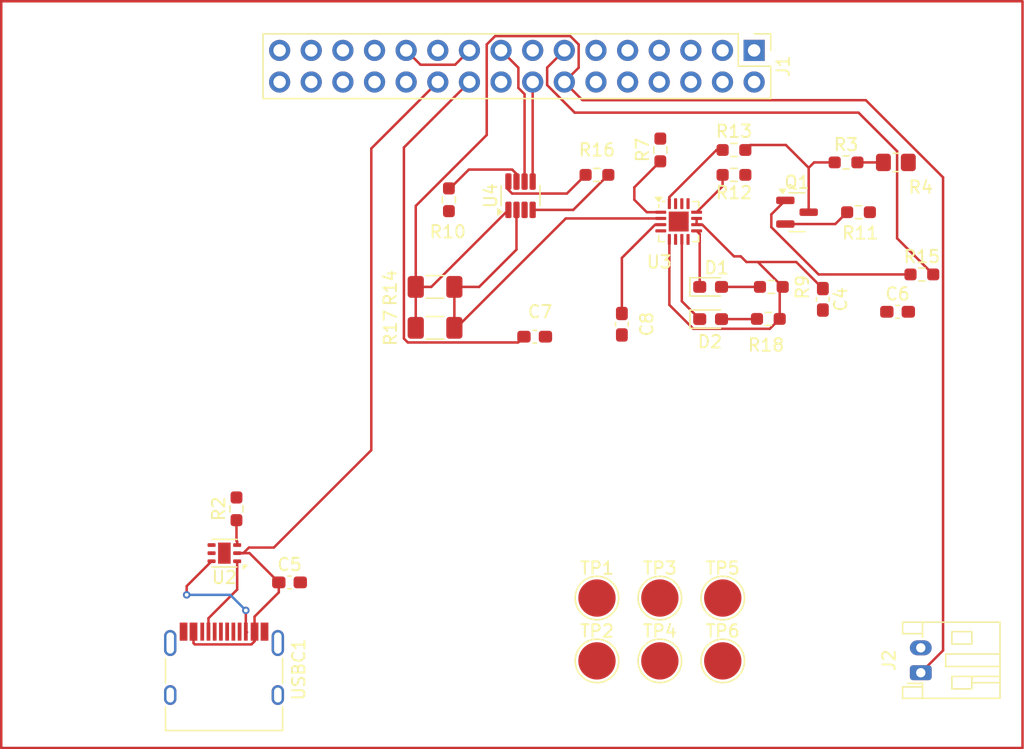
<source format=kicad_pcb>
(kicad_pcb (version 20241229) (generator "pcbnew") (generator_version "9.0")
  (title_block (title "PCB Design for Power Board of MM") (date "2025-03-28") (rev "3") (comment 1 "Author: Joshua Smith (SMTJOS022)") (comment 2 "Author: Ebrahim Bhyat (HYEBR002)"))
  (layers (0 "F.Cu" signal) (2 "B.Cu" signal) (13 "F.Paste" user) (15 "B.Paste" user) (5 "F.SilkS" user "F.Silkscreen") (7 "B.SilkS" user "B.Silkscreen") (1 "F.Mask" user) (3 "B.Mask" user) (25 "Edge.Cuts" user))
  (net 0 "")
  (net 1 "GND")
  (net 2 "/High Voltage (9V)")
  (net 3 "Net-(D1-K)")
  (net 4 "Net-(D1-A)")
  (net 5 "Net-(D2-A)")
  (net 6 "Net-(D2-K)")
  (net 7 "/MOTOR2_CTRL2")
  (net 8 "/Motor2_A_OUT")
  (net 9 "/3V3 Out")
  (net 10 "/CTRL_EXT_LOAD2")
  (net 11 "/Motor2_B_OUT")
  (net 12 "/MOTOR3_A_OUT")
  (net 13 "/MOTOR4_CTRL1")
  (net 14 "/FAST_CHARGE_CTRL")
  (net 15 "/MOTOR3_CTRL2")
  (net 16 "/USART2_RX")
  (net 17 "/5V Out")
  (net 18 "/MOTOR1_B_OUT")
  (net 19 "/MOTOR3_B_OUT")
  (net 20 "/I2C1_SDA")
  (net 21 "/MOTOR1_A_OUT")
  (net 22 "/MOTOR1_CTRL2")
  (net 23 "/MOTOR3_CTRL1")
  (net 24 "/MOTOR1_CTRL1")
  (net 25 "/I2C1_SCL")
  (net 26 "/USART2_TX")
  (net 27 "/Motor4_A_OUT")
  (net 28 "/MOTOR2_CTRL1")
  (net 30 "/EXT_LOAD2_OUT")
  (net 31 "/EXT_LOAD1_OUT")
  (net 32 "/CTRL_EXT_LOAD1")
  (net 33 "/Motor4_B_OUT")
  (net 34 "/MOTOR4_CTRL2")
  (net 35 "Net-(Q1-E)")
  (net 36 "Net-(Q1-B)")
  (net 37 "Net-(U2-VSET)")
  (net 38 "Net-(R3-Pad2)")
  (net 39 "Net-(U4-A1)")
  (net 40 "Net-(U3-TS)")
  (net 41 "/LOAD")
  (net 42 "Net-(U4-A0)")
  (net 43 "Net-(U3-ILIM)")
  (net 44 "Net-(U3-ISET)")
  (net 45 "Net-(U2-CC2)")
  (net 46 "Net-(U2-CC1)")
  (net 56 "Net-(Q1-C)")
  (net 57 "/Battery")
  (net 58 "Net-(U3-EN1)")
  (footprint "Resistor_SMD:R_0603_1608Metric_Pad0.98x0.95mm_HandSolder" (layer "F.Cu") (at 236 117 180)
    (property "Reference" "R16" (at 0 2 0) (layer "F.SilkS"))
    (property "Value" "10k")
    (fp_line (start -0.254724 0.5225) (end 0.254724 0.5225) (stroke (width 0.12)) (layer "F.SilkS"))
    (fp_line (start -0.254724 -0.5225) (end 0.254724 -0.5225) (stroke (width 0.12)) (layer "F.SilkS"))
    (pad "1" smd roundrect (at -0.9125 0 180) (size 0.975 0.95) (layers "F.Cu" "F.Mask" "F.Paste") (net 17 "/5V Out"))
    (pad "2" smd roundrect (at 0.9125 0 180) (size 0.975 0.95) (layers "F.Cu" "F.Mask" "F.Paste") (net 39 "Net-(U4-A1)"))
  )
  (footprint "Package_TO_SOT_SMD:SOT-23-8" (layer "F.Cu") (at 229.8625 118.675 90)
    (property "Reference" "U4" (at 0 -2.4 90) (layer "F.SilkS"))
    (property "Value" "INA219AIDCNR")
    (fp_line (start 0 -1.56) (end 0.8 -1.56) (stroke (width 0.12)) (layer "F.SilkS"))
    (fp_line (start 0 -1.56) (end -0.8 -1.56) (stroke (width 0.12)) (layer "F.SilkS"))
    (fp_line (start 0 1.56) (end 0.8 1.56) (stroke (width 0.12)) (layer "F.SilkS"))
    (fp_line (start 0 1.56) (end -0.8 1.56) (stroke (width 0.12)) (layer "F.SilkS"))
    (fp_poly (pts (xy -1.3 -1.485) (xy -1.54 -1.815) (xy -1.06 -1.815) (xy -1.3 -1.485)) (stroke (width 0.12)) (fill yes) (layer "F.SilkS"))
    (pad "1" smd roundrect (at -1.1375 -0.975 90) (size 1.325 0.5) (layers "F.Cu" "F.Mask" "F.Paste") (net 57 "/Battery"))
    (pad "2" smd roundrect (at -1.1375 -0.325 90) (size 1.325 0.5) (layers "F.Cu" "F.Mask" "F.Paste") (net 57 "/Battery"))
    (pad "3" smd roundrect (at -1.1375 0.325 90) (size 1.325 0.5) (layers "F.Cu" "F.Mask" "F.Paste") (net 1 "GND"))
    (pad "4" smd roundrect (at -1.1375 0.975 90) (size 1.325 0.5) (layers "F.Cu" "F.Mask" "F.Paste") (net 17 "/5V Out"))
    (pad "5" smd roundrect (at 1.1375 0.975 90) (size 1.325 0.5) (layers "F.Cu" "F.Mask" "F.Paste") (net 25 "/I2C1_SCL"))
    (pad "6" smd roundrect (at 1.1375 0.325 90) (size 1.325 0.5) (layers "F.Cu" "F.Mask" "F.Paste") (net 20 "/I2C1_SDA"))
    (pad "7" smd roundrect (at 1.1375 -0.325 90) (size 1.325 0.5) (layers "F.Cu" "F.Mask" "F.Paste") (net 42 "Net-(U4-A0)"))
    (pad "8" smd roundrect (at 1.1375 -0.975 90) (size 1.325 0.5) (layers "F.Cu" "F.Mask" "F.Paste") (net 39 "Net-(U4-A1)"))
  )
  (footprint "Capacitor_SMD:C_0603_1608Metric_Pad1.08x0.95mm_HandSolder" (layer "F.Cu") (at 238 129 90)
    (property "Reference" "C8" (at 0 2 90) (layer "F.SilkS"))
    (property "Value" "4.7u")
    (fp_line (start -0.146267 -0.51) (end 0.146267 -0.51) (stroke (width 0.12)) (layer "F.SilkS"))
    (fp_line (start -0.146267 0.51) (end 0.146267 0.51) (stroke (width 0.12)) (layer "F.SilkS"))
    (pad "1" smd roundrect (at -0.8625 0 90) (size 1.075 0.95) (layers "F.Cu" "F.Mask" "F.Paste") (net 1 "GND"))
    (pad "2" smd roundrect (at 0.8625 0 90) (size 1.075 0.95) (layers "F.Cu" "F.Mask" "F.Paste") (net 57 "/Battery"))
  )
  (footprint "TestPoint:TestPoint_Pad_D3.0mm" (layer "F.Cu") (at 246.1 156.05)
    (property "Reference" "TP6" (at 0 -2.398 0) (layer "F.SilkS"))
    (property "Value" "TestPoint")
    (fp_circle (center 0 0) (end 0 1.75) (stroke (width 0.12)) (fill no) (layer "F.SilkS"))
    (pad "1" smd circle (at 0 0) (size 3 3) (layers "F.Cu" "F.Mask") (net 58 "Net-(U3-EN1)"))
  )
  (footprint "TestPoint:TestPoint_Pad_D3.0mm" (layer "F.Cu") (at 246.1 151)
    (property "Reference" "TP5" (at 0 -2.398 0) (layer "F.SilkS"))
    (property "Value" "TestPoint")
    (fp_circle (center 0 0) (end 0 1.75) (stroke (width 0.12)) (fill no) (layer "F.SilkS"))
    (pad "1" smd circle (at 0 0) (size 3 3) (layers "F.Cu" "F.Mask") (net 35 "Net-(Q1-E)"))
  )
  (footprint "Resistor_SMD:R_0603_1608Metric_Pad0.98x0.95mm_HandSolder" (layer "F.Cu") (at 257 120)
    (property "Reference" "R11" (at 0.144547 1.667085 0) (layer "F.SilkS"))
    (property "Value" "1k5")
    (fp_line (start -0.254724 -0.5225) (end 0.254724 -0.5225) (stroke (width 0.12)) (layer "F.SilkS"))
    (fp_line (start -0.254724 0.5225) (end 0.254724 0.5225) (stroke (width 0.12)) (layer "F.SilkS"))
    (pad "1" smd roundrect (at -0.9125 0) (size 0.975 0.95) (layers "F.Cu" "F.Mask" "F.Paste") (net 35 "Net-(Q1-E)"))
    (pad "2" smd roundrect (at 0.9125 0) (size 0.975 0.95) (layers "F.Cu" "F.Mask" "F.Paste") (net 1 "GND"))
  )
  (footprint "Connector_USB:USB_C_Receptacle_HRO_TYPE-C-31-M-12" (layer "F.Cu") (at 206.056161 157.744205)
    (property "Reference" "USBC1" (at 6 -1 90) (layer "F.SilkS"))
    (property "Value" "TYPE-C-31-M-12")
    (fp_line (start -4.7 -1.9) (end -4.7 0.1) (stroke (width 0.12)) (layer "F.SilkS"))
    (fp_line (start -4.7 2) (end -4.7 3.9) (stroke (width 0.12)) (layer "F.SilkS"))
    (fp_line (start -4.7 3.9) (end 4.7 3.9) (stroke (width 0.12)) (layer "F.SilkS"))
    (fp_line (start 4.7 -1.9) (end 4.7 0.1) (stroke (width 0.12)) (layer "F.SilkS"))
    (fp_line (start 4.7 2) (end 4.7 3.9) (stroke (width 0.12)) (layer "F.SilkS"))
    (pad "" np_thru_hole circle (at -2.89 -2.6) (size 0.65 0.65) (drill 0.65) (layers "*.Cu" "*.Mask"))
    (pad "" np_thru_hole circle (at 2.89 -2.6) (size 0.65 0.65) (drill 0.65) (layers "*.Cu" "*.Mask"))
    (pad "A1" smd rect (at -3.25 -4.045) (size 0.6 1.45) (layers "F.Cu" "F.Mask" "F.Paste") (net 1 "GND"))
    (pad "A4" smd rect (at -2.45 -4.045) (size 0.6 1.45) (layers "F.Cu" "F.Mask" "F.Paste") (net 2 "/High Voltage (9V)"))
    (pad "A5" smd rect (at -1.25 -4.045) (size 0.3 1.45) (layers "F.Cu" "F.Mask" "F.Paste") (net 46 "Net-(U2-CC1)"))
    (pad "A6" smd rect (at -0.25 -4.045) (size 0.3 1.45) (layers "F.Cu" "F.Mask" "F.Paste"))
    (pad "A7" smd rect (at 0.25 -4.045) (size 0.3 1.45) (layers "F.Cu" "F.Mask" "F.Paste"))
    (pad "A8" smd rect (at 1.25 -4.045) (size 0.3 1.45) (layers "F.Cu" "F.Mask" "F.Paste"))
    (pad "A9" smd rect (at 2.45 -4.045) (size 0.6 1.45) (layers "F.Cu" "F.Mask" "F.Paste") (net 2 "/High Voltage (9V)"))
    (pad "A12" smd rect (at 3.25 -4.045) (size 0.6 1.45) (layers "F.Cu" "F.Mask" "F.Paste") (net 1 "GND"))
    (pad "B1" smd rect (at 3.25 -4.045) (size 0.6 1.45) (layers "F.Cu" "F.Mask" "F.Paste") (net 1 "GND"))
    (pad "B4" smd rect (at 2.45 -4.045) (size 0.6 1.45) (layers "F.Cu" "F.Mask" "F.Paste") (net 2 "/High Voltage (9V)"))
    (pad "B5" smd rect (at 1.75 -4.045) (size 0.3 1.45) (layers "F.Cu" "F.Mask" "F.Paste") (net 45 "Net-(U2-CC2)"))
    (pad "B6" smd rect (at 0.75 -4.045) (size 0.3 1.45) (layers "F.Cu" "F.Mask" "F.Paste"))
    (pad "B7" smd rect (at -0.75 -4.045) (size 0.3 1.45) (layers "F.Cu" "F.Mask" "F.Paste"))
    (pad "B8" smd rect (at -1.75 -4.045) (size 0.3 1.45) (layers "F.Cu" "F.Mask" "F.Paste"))
    (pad "B9" smd rect (at -2.45 -4.045) (size 0.6 1.45) (layers "F.Cu" "F.Mask" "F.Paste") (net 2 "/High Voltage (9V)"))
    (pad "B12" smd rect (at -3.25 -4.045) (size 0.6 1.45) (layers "F.Cu" "F.Mask" "F.Paste") (net 1 "GND"))
    (pad "S1" thru_hole oval (at -4.32 -3.13) (size 1 2.1) (drill oval 0.6 1.7) (property pad_prop_heatsink) (layers "*.Cu" "*.Mask"))
    (pad "S1" thru_hole oval (at -4.32 1.05) (size 1 1.6) (drill oval 0.6 1.2) (property pad_prop_heatsink) (layers "*.Cu" "*.Mask"))
    (pad "S1" thru_hole oval (at 4.32 -3.13) (size 1 2.1) (drill oval 0.6 1.7) (property pad_prop_heatsink) (layers "*.Cu" "*.Mask"))
    (pad "S1" thru_hole oval (at 4.32 1.05) (size 1 1.6) (drill oval 0.6 1.2) (property pad_prop_heatsink) (layers "*.Cu" "*.Mask"))
  )
  (footprint "Capacitor_SMD:C_0603_1608Metric_Pad1.08x0.95mm_HandSolder" (layer "F.Cu") (at 254.1375 127 -90)
    (property "Reference" "C4" (at 0 -1.43 90) (layer "F.SilkS"))
    (property "Value" "4.7u")
    (fp_line (start -0.146267 0.51) (end 0.146267 0.51) (stroke (width 0.12)) (layer "F.SilkS"))
    (fp_line (start -0.146267 -0.51) (end 0.146267 -0.51) (stroke (width 0.12)) (layer "F.SilkS"))
    (pad "1" smd roundrect (at -0.8625 0 270) (size 1.075 0.95) (layers "F.Cu" "F.Mask" "F.Paste") (net 41 "/LOAD"))
    (pad "2" smd roundrect (at 0.8625 0 270) (size 1.075 0.95) (layers "F.Cu" "F.Mask" "F.Paste") (net 1 "GND"))
  )
  (footprint "TestPoint:TestPoint_Pad_D3.0mm" (layer "F.Cu") (at 236 156.05)
    (property "Reference" "TP2" (at 0 -2.398 0) (layer "F.SilkS"))
    (property "Value" "TestPoint")
    (fp_circle (center 0 0) (end 0 1.75) (stroke (width 0.12)) (fill no) (layer "F.SilkS"))
    (pad "1" smd circle (at 0 0) (size 3 3) (layers "F.Cu" "F.Mask") (net 57 "/Battery"))
  )
  (footprint "Capacitor_SMD:C_0603_1608Metric_Pad1.08x0.95mm_HandSolder" (layer "F.Cu") (at 211.316161 149.744205)
    (property "Reference" "C5" (at 0 -1.43 0) (layer "F.SilkS"))
    (property "Value" "1u")
    (fp_line (start -0.146267 -0.51) (end 0.146267 -0.51) (stroke (width 0.12)) (layer "F.SilkS"))
    (fp_line (start -0.146267 0.51) (end 0.146267 0.51) (stroke (width 0.12)) (layer "F.SilkS"))
    (pad "1" smd roundrect (at -0.8625 0) (size 1.075 0.95) (layers "F.Cu" "F.Mask" "F.Paste") (net 2 "/High Voltage (9V)"))
    (pad "2" smd roundrect (at 0.8625 0) (size 1.075 0.95) (layers "F.Cu" "F.Mask" "F.Paste") (net 1 "GND"))
  )
  (footprint "Resistor_SMD:R_0603_1608Metric_Pad0.98x0.95mm_HandSolder" (layer "F.Cu") (at 256 116)
    (property "Reference" "R3" (at 0 -1.43 0) (layer "F.SilkS"))
    (property "Value" "4k3")
    (fp_line (start -0.254724 -0.5225) (end 0.254724 -0.5225) (stroke (width 0.12)) (layer "F.SilkS"))
    (fp_line (start -0.254724 0.5225) (end 0.254724 0.5225) (stroke (width 0.12)) (layer "F.SilkS"))
    (pad "1" smd roundrect (at -0.9125 0) (size 0.975 0.95) (layers "F.Cu" "F.Mask" "F.Paste") (net 56 "Net-(Q1-C)"))
    (pad "2" smd roundrect (at 0.9125 0) (size 0.975 0.95) (layers "F.Cu" "F.Mask" "F.Paste") (net 38 "Net-(R3-Pad2)"))
  )
  (footprint "Connector_JST:JST_PH_S2B-PH-K_1x02_P2.00mm_Horizontal" (layer "F.Cu") (at 262 157 90)
    (property "Reference" "J2" (at 1 -2.55 90) (layer "F.SilkS"))
    (property "Value" "Conn_01x02")
    (fp_line (start 4.06 -1.46) (end 3.14 -1.46) (stroke (width 0.12)) (layer "F.SilkS"))
    (fp_line (start 3.14 -1.46) (end 3.14 0.14) (stroke (width 0.12)) (layer "F.SilkS"))
    (fp_line (start -1.14 -1.46) (end -2.06 -1.46) (stroke (width 0.12)) (layer "F.SilkS"))
    (fp_line (start -2.06 -1.46) (end -2.06 6.36) (stroke (width 0.12)) (layer "F.SilkS"))
    (fp_line (start 4.06 0.14) (end 3.14 0.14) (stroke (width 0.12)) (layer "F.SilkS"))
    (fp_line (start 3.14 0.14) (end 2.86 0.14) (stroke (width 0.12)) (layer "F.SilkS"))
    (fp_line (start -0.86 0.14) (end -0.86 -1.075) (stroke (width 0.12)) (layer "F.SilkS"))
    (fp_line (start -0.86 0.14) (end -1.14 0.14) (stroke (width 0.12)) (layer "F.SilkS"))
    (fp_line (start -1.14 0.14) (end -1.14 -1.46) (stroke (width 0.12)) (layer "F.SilkS"))
    (fp_line (start -2.06 0.14) (end -1.14 0.14) (stroke (width 0.12)) (layer "F.SilkS"))
    (fp_line (start 1.5 2) (end 1.5 6.36) (stroke (width 0.12)) (layer "F.SilkS"))
    (fp_line (start 0.5 2) (end 1.5 2) (stroke (width 0.12)) (layer "F.SilkS"))
    (fp_line (start 3.3 2.5) (end 3.3 4.1) (stroke (width 0.12)) (layer "F.SilkS"))
    (fp_line (start 2.3 2.5) (end 3.3 2.5) (stroke (width 0.12)) (layer "F.SilkS"))
    (fp_line (start -0.3 2.5) (end -1.3 2.5) (stroke (width 0.12)) (layer "F.SilkS"))
    (fp_line (start -1.3 2.5) (end -1.3 4.1) (stroke (width 0.12)) (layer "F.SilkS"))
    (fp_line (start 3.3 4.1) (end 2.3 4.1) (stroke (width 0.12)) (layer "F.SilkS"))
    (fp_line (start 2.3 4.1) (end 2.3 2.5) (stroke (width 0.12)) (layer "F.SilkS"))
    (fp_line (start -0.3 4.1) (end -0.3 2.5) (stroke (width 0.12)) (layer "F.SilkS"))
    (fp_line (start -0.3 4.1) (end -0.3 6.36) (stroke (width 0.12)) (layer "F.SilkS"))
    (fp_line (start -0.8 4.1) (end -0.8 6.36) (stroke (width 0.12)) (layer "F.SilkS"))
    (fp_line (start -1.3 4.1) (end -0.3 4.1) (stroke (width 0.12)) (layer "F.SilkS"))
    (fp_line (start 4.06 6.36) (end 4.06 -1.46) (stroke (width 0.12)) (layer "F.SilkS"))
    (fp_line (start 0.5 6.36) (end 0.5 2) (stroke (width 0.12)) (layer "F.SilkS"))
    (fp_line (start -2.06 6.36) (end 4.06 6.36) (stroke (width 0.12)) (layer "F.SilkS"))
    (pad "1" thru_hole roundrect (at 0 0 90) (size 1.2 1.75) (drill 0.75) (layers "*.Cu" "*.Mask") (roundrect_rratio 0.208333) (net 57 "/Battery"))
    (pad "2" thru_hole oval (at 2 0 90) (size 1.2 1.75) (drill 0.75) (layers "*.Cu" "*.Mask") (net 1 "GND"))
  )
  (footprint "Connector_PinHeader_2.54mm:PinHeader_2x16_P2.54mm_Vertical" (layer "F.Cu") (at 248.62 107 -90)
    (property "Reference" "J1" (at 1.27 -2.33 90) (layer "F.SilkS"))
    (property "Value" "PH2.54-01-16PZS")
    (fp_line (start -1.33 39.43) (end 3.87 39.43) (stroke (width 0.12)) (layer "F.SilkS"))
    (fp_line (start -1.33 1.27) (end -1.33 39.43) (stroke (width 0.12)) (layer "F.SilkS"))
    (fp_line (start -1.33 1.27) (end 1.27 1.27) (stroke (width 0.12)) (layer "F.SilkS"))
    (fp_line (start 1.27 1.27) (end 1.27 -1.33) (stroke (width 0.12)) (layer "F.SilkS"))
    (fp_line (start -1.33 0) (end -1.33 -1.33) (stroke (width 0.12)) (layer "F.SilkS"))
    (fp_line (start -1.33 -1.33) (end 0 -1.33) (stroke (width 0.12)) (layer "F.SilkS"))
    (fp_line (start 1.27 -1.33) (end 3.87 -1.33) (stroke (width 0.12)) (layer "F.SilkS"))
    (fp_line (start 3.87 -1.33) (end 3.87 39.43) (stroke (width 0.12)) (layer "F.SilkS"))
    (pad "1" thru_hole rect (at 0 0 270) (size 1.7 1.7) (drill 1) (layers "*.Cu" "*.Mask") (net 11 "/Motor2_B_OUT"))
    (pad "2" thru_hole oval (at 2.54 0 270) (size 1.7 1.7) (drill 1) (layers "*.Cu" "*.Mask") (net 8 "/Motor2_A_OUT"))
    (pad "3" thru_hole oval (at 0 2.54 270) (size 1.7 1.7) (drill 1) (layers "*.Cu" "*.Mask") (net 27 "/Motor4_A_OUT"))
    (pad "4" thru_hole oval (at 2.54 2.54 270) (size 1.7 1.7) (drill 1) (layers "*.Cu" "*.Mask") (net 28 "/MOTOR2_CTRL1"))
    (pad "5" thru_hole oval (at 0 5.08 270) (size 1.7 1.7) (drill 1) (layers "*.Cu" "*.Mask") (net 33 "/Motor4_B_OUT"))
    (pad "6" thru_hole oval (at 2.54 5.08 270) (size 1.7 1.7) (drill 1) (layers "*.Cu" "*.Mask") (net 7 "/MOTOR2_CTRL2"))
    (pad "7" thru_hole oval (at 0 7.62 270) (size 1.7 1.7) (drill 1) (layers "*.Cu" "*.Mask") (net 10 "/CTRL_EXT_LOAD2"))
    (pad "8" thru_hole oval (at 2.54 7.62 270) (size 1.7 1.7) (drill 1) (layers "*.Cu" "*.Mask") (net 13 "/MOTOR4_CTRL1"))
    (pad "9" thru_hole oval (at 0 10.16 270) (size 1.7 1.7) (drill 1) (layers "*.Cu" "*.Mask") (net 16 "/USART2_RX"))
    (pad "10" thru_hole oval (at 2.54 10.16 270) (size 1.7 1.7) (drill 1) (layers "*.Cu" "*.Mask") (net 34 "/MOTOR4_CTRL2"))
    (pad "11" thru_hole oval (at 0 12.7 270) (size 1.7 1.7) (drill 1) (layers "*.Cu" "*.Mask") (net 30 "/EXT_LOAD2_OUT"))
    (pad "12" thru_hole oval (at 2.54 12.7 270) (size 1.7 1.7) (drill 1) (layers "*.Cu" "*.Mask") (net 26 "/USART2_TX"))
    (pad "13" thru_hole oval (at 0 15.24 270) (size 1.7 1.7) (drill 1) (layers "*.Cu" "*.Mask") (net 14 "/FAST_CHARGE_CTRL"))
    (pad "14" thru_hole oval (at 2.54 15.24 270) (size 1.7 1.7) (drill 1) (layers "*.Cu" "*.Mask") (net 57 "/Battery"))
    (pad "15" thru_hole oval (at 0 17.78 270) (size 1.7 1.7) (drill 1) (layers "*.Cu" "*.Mask"))
    (pad "16" thru_hole oval (at 2.54 17.78 270) (size 1.7 1.7) (drill 1) (layers "*.Cu" "*.Mask") (net 25 "/I2C1_SCL"))
    (pad "17" thru_hole oval (at 0 20.32 270) (size 1.7 1.7) (drill 1) (layers "*.Cu" "*.Mask") (net 20 "/I2C1_SDA"))
    (pad "18" thru_hole oval (at 2.54 20.32 270) (size 1.7 1.7) (drill 1) (layers "*.Cu" "*.Mask") (net 9 "/3V3 Out"))
    (pad "19" thru_hole oval (at 0 22.86 270) (size 1.7 1.7) (drill 1) (layers "*.Cu" "*.Mask") (net 1 "GND"))
    (pad "20" thru_hole oval (at 2.54 22.86 270) (size 1.7 1.7) (drill 1) (layers "*.Cu" "*.Mask") (net 17 "/5V Out"))
    (pad "21" thru_hole oval (at 0 25.4 270) (size 1.7 1.7) (drill 1) (layers "*.Cu" "*.Mask") (net 31 "/EXT_LOAD1_OUT"))
    (pad "22" thru_hole oval (at 2.54 25.4 270) (size 1.7 1.7) (drill 1) (layers "*.Cu" "*.Mask") (net 2 "/High Voltage (9V)"))
    (pad "23" thru_hole oval (at 0 27.94 270) (size 1.7 1.7) (drill 1) (layers "*.Cu" "*.Mask") (net 1 "GND"))
    (pad "24" thru_hole oval (at 2.54 27.94 270) (size 1.7 1.7) (drill 1) (layers "*.Cu" "*.Mask") (net 23 "/MOTOR3_CTRL1"))
    (pad "25" thru_hole oval (at 0 30.48 270) (size 1.7 1.7) (drill 1) (layers "*.Cu" "*.Mask") (net 32 "/CTRL_EXT_LOAD1"))
    (pad "26" thru_hole oval (at 2.54 30.48 270) (size 1.7 1.7) (drill 1) (layers "*.Cu" "*.Mask") (net 15 "/MOTOR3_CTRL2"))
    (pad "27" thru_hole oval (at 0 33.02 270) (size 1.7 1.7) (drill 1) (layers "*.Cu" "*.Mask") (net 12 "/MOTOR3_A_OUT"))
    (pad "28" thru_hole oval (at 2.54 33.02 270) (size 1.7 1.7) (drill 1) (layers "*.Cu" "*.Mask") (net 24 "/MOTOR1_CTRL1"))
    (pad "29" thru_hole oval (at 0 35.56 270) (size 1.7 1.7) (drill 1) (layers "*.Cu" "*.Mask") (net 19 "/MOTOR3_B_OUT"))
    (pad "30" thru_hole oval (at 2.54 35.56 270) (size 1.7 1.7) (drill 1) (layers "*.Cu" "*.Mask") (net 22 "/MOTOR1_CTRL2"))
    (pad "31" thru_hole oval (at 0 38.1 270) (size 1.7 1.7) (drill 1) (layers "*.Cu" "*.Mask") (net 18 "/MOTOR1_B_OUT"))
    (pad "32" thru_hole oval (at 2.54 38.1 270) (size 1.7 1.7) (drill 1) (layers "*.Cu" "*.Mask") (net 21 "/MOTOR1_A_OUT"))
  )
  (footprint "TestPoint:TestPoint_Pad_D3.0mm" (layer "F.Cu") (at 241.05 151)
    (property "Reference" "TP3" (at 0 -2.398 0) (layer "F.SilkS"))
    (property "Value" "TestPoint")
    (fp_circle (center 0 0) (end 0 1.75) (stroke (width 0.12)) (fill no) (layer "F.SilkS"))
    (pad "1" smd circle (at 0 0) (size 3 3) (layers "F.Cu" "F.Mask") (net 56 "Net-(Q1-C)"))
  )
  (footprint "Capacitor_SMD:C_0603_1608Metric_Pad1.08x0.95mm_HandSolder" (layer "F.Cu") (at 231 130)
    (property "Reference" "C7" (at 0.4375 -2 0) (layer "F.SilkS"))
    (property "Value" "1u")
    (fp_line (start -0.146267 -0.51) (end 0.146267 -0.51) (stroke (width 0.12)) (layer "F.SilkS"))
    (fp_line (start -0.146267 0.51) (end 0.146267 0.51) (stroke (width 0.12)) (layer "F.SilkS"))
    (pad "1" smd roundrect (at -0.8625 0) (size 1.075 0.95) (layers "F.Cu" "F.Mask" "F.Paste") (net 17 "/5V Out"))
    (pad "2" smd roundrect (at 0.8625 0) (size 1.075 0.95) (layers "F.Cu" "F.Mask" "F.Paste") (net 1 "GND"))
  )
  (footprint "Package_DFN_QFN:DFN-6-1EP_2x2mm_P0.65mm_EP1.01x1.7mm" (layer "F.Cu") (at 206.083661 147.394205 180)
    (property "Reference" "U2" (at 0 -1.95 0) (layer "F.SilkS"))
    (property "Value" "HUSB237-AA001-DN06R" (hide yes))
    (fp_line (start -1 1.11) (end 1 1.11) (stroke (width 0.12)) (layer "F.SilkS"))
    (fp_line (start -1 -1.11) (end 1 -1.11) (stroke (width 0.12)) (layer "F.SilkS"))
    (fp_poly (pts (xy -1.52 -0.97) (xy -1.8 -0.97) (xy -1.52 -1.25) (xy -1.52 -0.97)) (stroke (width 0.12)) (fill yes) (layer "F.SilkS"))
    (pad "1" smd roundrect (at -1.0275 -0.65 180) (size 0.645 0.3) (layers "F.Cu" "F.Mask" "F.Paste") (net 46 "Net-(U2-CC1)"))
    (pad "2" smd roundrect (at -1.0275 0 180) (size 0.645 0.3) (layers "F.Cu" "F.Mask" "F.Paste") (net 2 "/High Voltage (9V)"))
    (pad "3" smd roundrect (at -1.0275 0.65 180) (size 0.645 0.3) (layers "F.Cu" "F.Mask" "F.Paste") (net 37 "Net-(U2-VSET)"))
    (pad "4" smd roundrect (at 1.0275 0.65 180) (size 0.645 0.3) (layers "F.Cu" "F.Mask" "F.Paste"))
    (pad "5" smd roundrect (at 1.0275 0 180) (size 0.645 0.3) (layers "F.Cu" "F.Mask" "F.Paste"))
    (pad "6" smd roundrect (at 1.0275 -0.65 180) (size 0.645 0.3) (layers "F.Cu" "F.Mask" "F.Paste") (net 45 "Net-(U2-CC2)"))
    (pad "7" smd rect (at 0 0 180) (size 1.01 1.7) (property pad_prop_heatsink) (layers "F.Cu" "F.Mask") (net 1 "GND"))
  )
  (footprint "Resistor_SMD:R_1206_3216Metric_Pad1.30x1.75mm_HandSolder" (layer "F.Cu") (at 223 126)
    (property "Reference" "R14" (at -3.59859 0.08609 90) (layer "F.SilkS"))
    (property "Value" "0.4R")
    (fp_line (start -0.727064 -0.91) (end 0.727064 -0.91) (stroke (width 0.12)) (layer "F.SilkS"))
    (fp_line (start -0.727064 0.91) (end 0.727064 0.91) (stroke (width 0.12)) (layer "F.SilkS"))
    (pad "1" smd roundrect (at -1.55 0) (size 1.3 1.75) (layers "F.Cu" "F.Mask" "F.Paste") (roundrect_rratio 0.192308) (net 57 "/Battery"))
    (pad "2" smd roundrect (at 1.55 0) (size 1.3 1.75) (layers "F.Cu" "F.Mask" "F.Paste") (roundrect_rratio 0.192308) (net 57 "/Battery"))
  )
  (footprint "LED_SMD:LED_0603_1608Metric_Pad1.05x0.95mm_HandSolder" (layer "F.Cu") (at 245.125 128.59)
    (property "Reference" "D2" (at -0.054774 1.820153 0) (layer "F.SilkS"))
    (property "Value" "LEDR")
    (fp_line (start -1.66 -0.735) (end -1.66 0.735) (stroke (width 0.12)) (layer "F.SilkS"))
    (fp_line (start -1.66 0.735) (end 0.8 0.735) (stroke (width 0.12)) (layer "F.SilkS"))
    (fp_line (start 0.8 -0.735) (end -1.66 -0.735) (stroke (width 0.12)) (layer "F.SilkS"))
    (pad "1" smd roundrect (at -0.875 0) (size 1.05 0.95) (layers "F.Cu" "F.Mask" "F.Paste") (net 6 "Net-(D2-K)"))
    (pad "2" smd roundrect (at 0.875 0) (size 1.05 0.95) (layers "F.Cu" "F.Mask" "F.Paste") (net 5 "Net-(D2-A)"))
  )
  (footprint "Capacitor_SMD:C_0603_1608Metric_Pad1.08x0.95mm_HandSolder" (layer "F.Cu") (at 260.1375 128)
    (property "Reference" "C6" (at 0 -1.43 0) (layer "F.SilkS"))
    (property "Value" "1u")
    (fp_line (start -0.146267 -0.51) (end 0.146267 -0.51) (stroke (width 0.12)) (layer "F.SilkS"))
    (fp_line (start -0.146267 0.51) (end 0.146267 0.51) (stroke (width 0.12)) (layer "F.SilkS"))
    (pad "1" smd roundrect (at -0.8625 0) (size 1.075 0.95) (layers "F.Cu" "F.Mask" "F.Paste") (net 2 "/High Voltage (9V)"))
    (pad "2" smd roundrect (at 0.8625 0) (size 1.075 0.95) (layers "F.Cu" "F.Mask" "F.Paste") (net 58 "Net-(U3-EN1)"))
  )
  (footprint "Resistor_SMD:R_0603_1608Metric_Pad0.98x0.95mm_HandSolder" (layer "F.Cu") (at 262.0875 125)
    (property "Reference" "R15" (at 0 -1.43 0) (layer "F.SilkS"))
    (property "Value" "1k5")
    (fp_line (start -0.254724 -0.5225) (end 0.254724 -0.5225) (stroke (width 0.12)) (layer "F.SilkS"))
    (fp_line (start -0.254724 0.5225) (end 0.254724 0.5225) (stroke (width 0.12)) (layer "F.SilkS"))
    (pad "1" smd roundrect (at -0.9125 0) (size 0.975 0.95) (layers "F.Cu" "F.Mask" "F.Paste") (net 36 "Net-(Q1-B)"))
    (pad "2" smd roundrect (at 0.9125 0) (size 0.975 0.95) (layers "F.Cu" "F.Mask" "F.Paste") (net 14 "/FAST_CHARGE_CTRL"))
  )
  (footprint "Resistor_SMD:R_0603_1608Metric_Pad0.98x0.95mm_HandSolder" (layer "F.Cu") (at 249.760496 128.573433 180)
    (property "Reference" "R18" (at 0.183359 -2.099109 0) (layer "F.SilkS"))
    (property "Value" "1k5")
    (fp_line (start -0.254724 0.5225) (end 0.254724 0.5225) (stroke (width 0.12)) (layer "F.SilkS"))
    (fp_line (start -0.254724 -0.5225) (end 0.254724 -0.5225) (stroke (width 0.12)) (layer "F.SilkS"))
    (pad "1" smd roundrect (at -0.9125 0 180) (size 0.975 0.95) (layers "F.Cu" "F.Mask" "F.Paste") (net 41 "/LOAD"))
    (pad "2" smd roundrect (at 0.9125 0 180) (size 0.975 0.95) (layers "F.Cu" "F.Mask" "F.Paste") (net 5 "Net-(D2-A)"))
  )
  (footprint "Resistor_SMD:R_0805_2012Metric_Pad1.20x1.40mm_HandSolder" (layer "F.Cu") (at 260 116)
    (property "Reference" "R4" (at 2 2 0) (layer "F.SilkS"))
    (property "Value" "150R")
    (fp_line (start -0.227064 -0.735) (end 0.227064 -0.735) (stroke (width 0.12)) (layer "F.SilkS"))
    (fp_line (start -0.227064 0.735) (end 0.227064 0.735) (stroke (width 0.12)) (layer "F.SilkS"))
    (pad "1" smd roundrect (at -1 0) (size 1.2 1.4) (layers "F.Cu" "F.Mask" "F.Paste") (roundrect_rratio 0.208333) (net 38 "Net-(R3-Pad2)"))
    (pad "2" smd roundrect (at 1 0) (size 1.2 1.4) (layers "F.Cu" "F.Mask" "F.Paste") (roundrect_rratio 0.208333) (net 1 "GND"))
  )
  (footprint "LED_SMD:LED_0603_1608Metric_Pad1.05x0.95mm_HandSolder" (layer "F.Cu") (at 245.125 126)
    (property "Reference" "D1" (at 0.485438 -1.532178 0) (layer "F.SilkS"))
    (property "Value" "LEDW")
    (fp_line (start -1.66 -0.735) (end -1.66 0.735) (stroke (width 0.12)) (layer "F.SilkS"))
    (fp_line (start -1.66 0.735) (end 0.8 0.735) (stroke (width 0.12)) (layer "F.SilkS"))
    (fp_line (start 0.8 -0.735) (end -1.66 -0.735) (stroke (width 0.12)) (layer "F.SilkS"))
    (pad "1" smd roundrect (at -0.875 0) (size 1.05 0.95) (layers "F.Cu" "F.Mask" "F.Paste") (net 3 "Net-(D1-K)"))
    (pad "2" smd roundrect (at 0.875 0) (size 1.05 0.95) (layers "F.Cu" "F.Mask" "F.Paste") (net 4 "Net-(D1-A)"))
  )
  (footprint "Resistor_SMD:R_0603_1608Metric_Pad0.98x0.95mm_HandSolder" (layer "F.Cu") (at 241.0875 115 90)
    (property "Reference" "R7" (at 0 -1.43 90) (layer "F.SilkS"))
    (property "Value" "10k")
    (fp_line (start -0.254724 -0.5225) (end 0.254724 -0.5225) (stroke (width 0.12)) (layer "F.SilkS"))
    (fp_line (start -0.254724 0.5225) (end 0.254724 0.5225) (stroke (width 0.12)) (layer "F.SilkS"))
    (pad "1" smd roundrect (at -0.9125 0 90) (size 0.975 0.95) (layers "F.Cu" "F.Mask" "F.Paste") (net 40 "Net-(U3-TS)"))
    (pad "2" smd roundrect (at 0.9125 0 90) (size 0.975 0.95) (layers "F.Cu" "F.Mask" "F.Paste") (net 1 "GND"))
  )
  (footprint "Resistor_SMD:R_0603_1608Metric_Pad0.98x0.95mm_HandSolder" (layer "F.Cu") (at 250 126 180)
    (property "Reference" "R9" (at -2.494281 -0.026719 90) (layer "F.SilkS"))
    (property "Value" "1k5")
    (fp_line (start -0.254724 0.5225) (end 0.254724 0.5225) (stroke (width 0.12)) (layer "F.SilkS"))
    (fp_line (start -0.254724 -0.5225) (end 0.254724 -0.5225) (stroke (width 0.12)) (layer "F.SilkS"))
    (pad "1" smd roundrect (at -0.9125 0 180) (size 0.975 0.95) (layers "F.Cu" "F.Mask" "F.Paste") (net 41 "/LOAD"))
    (pad "2" smd roundrect (at 0.9125 0 180) (size 0.975 0.95) (layers "F.Cu" "F.Mask" "F.Paste") (net 4 "Net-(D1-A)"))
  )
  (footprint "TestPoint:TestPoint_Pad_D3.0mm" (layer "F.Cu") (at 241.05 156.05)
    (property "Reference" "TP4" (at 0 -2.398 0) (layer "F.SilkS"))
    (property "Value" "TestPoint")
    (fp_circle (center 0 0) (end 0 1.75) (stroke (width 0.12)) (fill no) (layer "F.SilkS"))
    (pad "1" smd circle (at 0 0) (size 3 3) (layers "F.Cu" "F.Mask") (net 1 "GND"))
  )
  (footprint "TestPoint:TestPoint_Pad_D3.0mm" (layer "F.Cu") (at 236 151)
    (property "Reference" "TP1" (at 0 -2.398 0) (layer "F.SilkS"))
    (property "Value" "TestPoint")
    (fp_circle (center 0 0) (end 0 1.75) (stroke (width 0.12)) (fill no) (layer "F.SilkS"))
    (pad "1" smd circle (at 0 0) (size 3 3) (layers "F.Cu" "F.Mask") (net 57 "/Battery"))
  )
  (footprint "Package_DFN_QFN:VQFN-16-1EP_3x3mm_P0.5mm_EP1.6x1.6mm" (layer "F.Cu") (at 242.5625 120.75)
    (property "Reference" "U3" (at -1.5625 3.25 0) (layer "F.SilkS"))
    (property "Value" "BQ24074RGT" (hide yes))
    (fp_line (start -1.61 -1.135) (end -1.61 -1.37) (stroke (width 0.12)) (layer "F.SilkS"))
    (fp_line (start -1.61 1.61) (end -1.61 1.135) (stroke (width 0.12)) (layer "F.SilkS"))
    (fp_line (start -1.135 -1.61) (end -1.31 -1.61) (stroke (width 0.12)) (layer "F.SilkS"))
    (fp_line (start -1.135 1.61) (end -1.61 1.61) (stroke (width 0.12)) (layer "F.SilkS"))
    (fp_line (start 1.135 -1.61) (end 1.61 -1.61) (stroke (width 0.12)) (layer "F.SilkS"))
    (fp_line (start 1.135 1.61) (end 1.61 1.61) (stroke (width 0.12)) (layer "F.SilkS"))
    (fp_line (start 1.61 -1.61) (end 1.61 -1.135) (stroke (width 0.12)) (layer "F.SilkS"))
    (fp_line (start 1.61 1.61) (end 1.61 1.135) (stroke (width 0.12)) (layer "F.SilkS"))
    (fp_poly (pts (xy -1.61 -1.61) (xy -1.85 -1.94) (xy -1.37 -1.94) (xy -1.61 -1.61)) (stroke (width 0.12)) (fill yes) (layer "F.SilkS"))
    (pad "1" smd roundrect (at -1.4375 -0.75) (size 0.875 0.25) (layers "F.Cu" "F.Mask" "F.Paste") (net 40 "Net-(U3-TS)"))
    (pad "2" smd roundrect (at -1.4375 -0.25) (size 0.875 0.25) (layers "F.Cu" "F.Mask" "F.Paste") (net 57 "/Battery"))
    (pad "3" smd roundrect (at -1.4375 0.25) (size 0.875 0.25) (layers "F.Cu" "F.Mask" "F.Paste") (net 57 "/Battery"))
    (pad "4" smd roundrect (at -1.4375 0.75) (size 0.875 0.25) (layers "F.Cu" "F.Mask" "F.Paste") (net 58 "Net-(U3-EN1)"))
    (pad "5" smd roundrect (at -0.75 1.4375) (size 0.25 0.875) (layers "F.Cu" "F.Mask" "F.Paste") (net 41 "/LOAD"))
    (pad "6" smd roundrect (at -0.25 1.4375) (size 0.25 0.875) (layers "F.Cu" "F.Mask" "F.Paste") (net 58 "Net-(U3-EN1)"))
    (pad "7" smd roundrect (at 0.25 1.4375) (size 0.25 0.875) (layers "F.Cu" "F.Mask" "F.Paste") (net 6 "Net-(D2-K)"))
    (pad "8" smd roundrect (at 0.75 1.4375) (size 0.25 0.875) (layers "F.Cu" "F.Mask" "F.Paste") (net 1 "GND"))
    (pad "9" smd roundrect (at 1.4375 0.75) (size 0.875 0.25) (layers "F.Cu" "F.Mask" "F.Paste") (net 3 "Net-(D1-K)"))
    (pad "10" smd roundrect (at 1.4375 0.25) (size 0.875 0.25) (layers "F.Cu" "F.Mask" "F.Paste") (net 41 "/LOAD"))
    (pad "11" smd roundrect (at 1.4375 -0.25) (size 0.875 0.25) (layers "F.Cu" "F.Mask" "F.Paste") (net 41 "/LOAD"))
    (pad "12" smd roundrect (at 1.4375 -0.75) (size 0.875 0.25) (layers "F.Cu" "F.Mask" "F.Paste") (net 43 "Net-(U3-ILIM)"))
    (pad "13" smd roundrect (at 0.75 -1.4375) (size 0.25 0.875) (layers "F.Cu" "F.Mask" "F.Paste") (net 2 "/High Voltage (9V)"))
    (pad "14" smd roundrect (at 0.25 -1.4375) (size 0.25 0.875) (layers "F.Cu" "F.Mask" "F.Paste") (net 58 "Net-(U3-EN1)"))
    (pad "15" smd roundrect (at -0.25 -1.4375) (size 0.25 0.875) (layers "F.Cu" "F.Mask" "F.Paste"))
    (pad "16" smd roundrect (at -0.75 -1.4375) (size 0.25 0.875) (layers "F.Cu" "F.Mask" "F.Paste") (net 44 "Net-(U3-ISET)"))
    (pad "17" smd rect (at 0 0) (size 1.6 1.6) (property pad_prop_heatsink) (layers "F.Cu" "F.Mask") (net 1 "GND"))
  )
  (footprint "Package_TO_SOT_SMD:SOT-23" (layer "F.Cu") (at 252.0625 120)
    (property "Reference" "Q1" (at 0 -2.4 0) (layer "F.SilkS"))
    (property "Value" "MMBT5551L" (hide yes))
    (fp_line (start 0 -1.56) (end -0.65 -1.56) (stroke (width 0.12)) (layer "F.SilkS"))
    (fp_line (start 0 -1.56) (end 0.65 -1.56) (stroke (width 0.12)) (layer "F.SilkS"))
    (fp_line (start 0 1.56) (end -0.65 1.56) (stroke (width 0.12)) (layer "F.SilkS"))
    (fp_line (start 0 1.56) (end 0.65 1.56) (stroke (width 0.12)) (layer "F.SilkS"))
    (fp_poly (pts (xy -1.1625 -1.51) (xy -1.4025 -1.84) (xy -0.9225 -1.84) (xy -1.1625 -1.51)) (stroke (width 0.12)) (fill yes) (layer "F.SilkS"))
    (pad "1" smd roundrect (at -0.9375 -0.95) (size 1.475 0.6) (layers "F.Cu" "F.Mask" "F.Paste") (net 36 "Net-(Q1-B)"))
    (pad "2" smd roundrect (at -0.9375 0.95) (size 1.475 0.6) (layers "F.Cu" "F.Mask" "F.Paste") (net 35 "Net-(Q1-E)"))
    (pad "3" smd roundrect (at 0.9375 0) (size 1.475 0.6) (layers "F.Cu" "F.Mask" "F.Paste") (net 56 "Net-(Q1-C)"))
  )
  (footprint "Resistor_SMD:R_0603_1608Metric_Pad0.98x0.95mm_HandSolder" (layer "F.Cu") (at 224.112 119 -90)
    (property "Reference" "R10" (at 2.576466 0.088309 180) (layer "F.SilkS"))
    (property "Value" "10k")
    (fp_line (start -0.254724 0.5225) (end 0.254724 0.5225) (stroke (width 0.12)) (layer "F.SilkS"))
    (fp_line (start -0.254724 -0.5225) (end 0.254724 -0.5225) (stroke (width 0.12)) (layer "F.SilkS"))
    (pad "1" smd roundrect (at -0.9125 0 270) (size 0.975 0.95) (layers "F.Cu" "F.Mask" "F.Paste") (net 42 "Net-(U4-A0)"))
    (pad "2" smd roundrect (at 0.9125 0 270) (size 0.975 0.95) (layers "F.Cu" "F.Mask" "F.Paste") (net 1 "GND"))
  )
  (footprint "Resistor_SMD:R_0603_1608Metric_Pad0.98x0.95mm_HandSolder" (layer "F.Cu") (at 207.056161 143.831705 90)
    (property "Reference" "R2" (at 0 -1.43 90) (layer "F.SilkS"))
    (property "Value" "75k")
    (fp_line (start -0.254724 -0.5225) (end 0.254724 -0.5225) (stroke (width 0.12)) (layer "F.SilkS"))
    (fp_line (start -0.254724 0.5225) (end 0.254724 0.5225) (stroke (width 0.12)) (layer "F.SilkS"))
    (pad "1" smd roundrect (at -0.9125 0 90) (size 0.975 0.95) (layers "F.Cu" "F.Mask" "F.Paste") (net 37 "Net-(U2-VSET)"))
    (pad "2" smd roundrect (at 0.9125 0 90) (size 0.975 0.95) (layers "F.Cu" "F.Mask" "F.Paste") (net 1 "GND"))
  )
  (footprint "Resistor_SMD:R_1206_3216Metric_Pad1.30x1.75mm_HandSolder" (layer "F.Cu") (at 223 129.29)
    (property "Reference" "R17" (at -3.581372 0 270) (layer "F.SilkS"))
    (property "Value" "0.4R")
    (fp_line (start -0.727064 -0.91) (end 0.727064 -0.91) (stroke (width 0.12)) (layer "F.SilkS"))
    (fp_line (start -0.727064 0.91) (end 0.727064 0.91) (stroke (width 0.12)) (layer "F.SilkS"))
    (pad "1" smd roundrect (at -1.55 0) (size 1.3 1.75) (layers "F.Cu" "F.Mask" "F.Paste") (roundrect_rratio 0.192308) (net 57 "/Battery"))
    (pad "2" smd roundrect (at 1.55 0) (size 1.3 1.75) (layers "F.Cu" "F.Mask" "F.Paste") (roundrect_rratio 0.192308) (net 57 "/Battery"))
  )
  (footprint "Resistor_SMD:R_0603_1608Metric_Pad0.98x0.95mm_HandSolder" (layer "F.Cu") (at 247 117 180)
    (property "Reference" "R12" (at 0 -1.43 0) (layer "F.SilkS"))
    (property "Value" "1k5")
    (fp_line (start -0.254724 0.5225) (end 0.254724 0.5225) (stroke (width 0.12)) (layer "F.SilkS"))
    (fp_line (start -0.254724 -0.5225) (end 0.254724 -0.5225) (stroke (width 0.12)) (layer "F.SilkS"))
    (pad "1" smd roundrect (at -0.9125 0 180) (size 0.975 0.95) (layers "F.Cu" "F.Mask" "F.Paste") (net 1 "GND"))
    (pad "2" smd roundrect (at 0.9125 0 180) (size 0.975 0.95) (layers "F.Cu" "F.Mask" "F.Paste") (net 43 "Net-(U3-ILIM)"))
  )
  (footprint "Resistor_SMD:R_0603_1608Metric_Pad0.98x0.95mm_HandSolder" (layer "F.Cu") (at 247 115 180)
    (property "Reference" "R13" (at 0 1.500439 0) (layer "F.SilkS"))
    (property "Value" "1k5")
    (fp_line (start -0.254724 0.5225) (end 0.254724 0.5225) (stroke (width 0.12)) (layer "F.SilkS"))
    (fp_line (start -0.254724 -0.5225) (end 0.254724 -0.5225) (stroke (width 0.12)) (layer "F.SilkS"))
    (pad "1" smd roundrect (at -0.9125 0 180) (size 0.975 0.95) (layers "F.Cu" "F.Mask" "F.Paste") (net 56 "Net-(Q1-C)"))
    (pad "2" smd roundrect (at 0.9125 0 180) (size 0.975 0.95) (layers "F.Cu" "F.Mask" "F.Paste") (net 44 "Net-(U3-ISET)"))
  )
  (gr_rect (start 188.16787 103.05) (end 270.16787 163.05) (stroke (width 0.2)) (fill no) (layer "F.Cu") (net 2))
  (segment (start 220.68 107) (end 221.831 108.151) (width 0.2) (layer "F.Cu") (net 1))
  (segment (start 224.609 108.151) (end 225.76 107) (width 0.2) (layer "F.Cu") (net 1))
  (segment (start 221.831 108.151) (end 224.609 108.151) (width 0.2) (layer "F.Cu") (net 1))
  (segment (start 203.606161 153.699205) (end 203.606161 154.624205) (width 0.2) (layer "F.Cu") (net 2))
  (segment (start 208.506161 152.493839) (end 210.453661 150.546339) (width 0.2) (layer "F.Cu") (net 2))
  (segment (start 208.103661 147.394205) (end 207.111161 147.394205) (width 0.2) (layer "F.Cu") (net 2))
  (segment (start 207.111161 147.394205) (end 207.605795 147.394205) (width 0.2) (layer "F.Cu") (net 2))
  (segment (start 203.707161 154.725205) (end 208.257161 154.725205) (width 0.2) (layer "F.Cu") (net 2))
  (segment (start 208.506161 153.699205) (end 208.506161 152.493839) (width 0.2) (layer "F.Cu") (net 2))
  (segment (start 210.055104 146.944896) (end 217.88 139.12) (width 0.2) (layer "F.Cu") (net 2))
  (segment (start 208.506161 154.476205) (end 208.506161 153.699205) (width 0.2) (layer "F.Cu") (net 2))
  (segment (start 217.88 114.88) (end 223.22 109.54) (width 0.2) (layer "F.Cu") (net 2))
  (segment (start 208.257161 154.725205) (end 208.506161 154.476205) (width 0.2) (layer "F.Cu") (net 2))
  (segment (start 208.055104 146.944896) (end 210.055104 146.944896) (width 0.2) (layer "F.Cu") (net 2))
  (segment (start 217.88 139.12) (end 217.88 114.88) (width 0.2) (layer "F.Cu") (net 2))
  (segment (start 207.605795 147.394205) (end 208.055104 146.944896) (width 0.2) (layer "F.Cu") (net 2))
  (segment (start 210.453661 149.744205) (end 208.103661 147.394205) (width 0.2) (layer "F.Cu") (net 2))
  (segment (start 210.453661 150.546339) (end 210.453661 149.744205) (width 0.2) (layer "F.Cu") (net 2))
  (segment (start 203.606161 154.624205) (end 203.707161 154.725205) (width 0.2) (layer "F.Cu") (net 2))
  (segment (start 244.25 126) (end 244.25 121.75) (width 0.2) (layer "F.Cu") (net 3))
  (segment (start 244.25 121.75) (end 244 121.5) (width 0.2) (layer "F.Cu") (net 3))
  (segment (start 246 126) (end 249.0875 126) (width 0.2) (layer "F.Cu") (net 4))
  (segment (start 246 128.59) (end 248.831429 128.59) (width 0.2) (layer "F.Cu") (net 5))
  (segment (start 248.831429 128.59) (end 248.847996 128.573433) (width 0.2) (layer "F.Cu") (net 5))
  (segment (start 242.8125 127.1525) (end 242.8125 122.1875) (width 0.2) (layer "F.Cu") (net 6))
  (segment (start 242.8125 127.1525) (end 244.25 128.59) (width 0.2) (layer "F.Cu") (net 6))
  (segment (start 232 108.38) (end 233.38 107) (width 0.2) (layer "F.Cu") (net 14))
  (segment (start 260.099 115.099) (end 257 112) (width 0.2) (layer "F.Cu") (net 14))
  (segment (start 263 125) (end 260.099 122.099) (width 0.2) (layer "F.Cu") (net 14))
  (segment (start 257 112) (end 234.21224 112) (width 0.2) (layer "F.Cu") (net 14))
  (segment (start 260.099 122.099) (end 260.099 115.099) (width 0.2) (layer "F.Cu") (net 14))
  (segment (start 232 109.78776) (end 232 108.38) (width 0.2) (layer "F.Cu") (net 14))
  (segment (start 234.21224 112) (end 232 109.78776) (width 0.2) (layer "F.Cu") (net 14))
  (segment (start 230.1375 130) (end 229.6715 130.466) (width 0.2) (layer "F.Cu") (net 17))
  (segment (start 220.81484 130.466) (end 220.499 130.15016) (width 0.2) (layer "F.Cu") (net 17))
  (segment (start 229.6715 130.466) (end 220.81484 130.466) (width 0.2) (layer "F.Cu") (net 17))
  (segment (start 236.9125 117) (end 234.1 119.8125) (width 0.2) (layer "F.Cu") (net 17))
  (segment (start 220.499 114.801) (end 225.76 109.54) (width 0.2) (layer "F.Cu") (net 17))
  (segment (start 220.499 130.15016) (end 220.499 114.801) (width 0.2) (layer "F.Cu") (net 17))
  (segment (start 234.1 119.8125) (end 230.8375 119.8125) (width 0.2) (layer "F.Cu") (net 17))
  (segment (start 230.1875 117.5375) (end 230.1875 110.51526) (width 0.2) (layer "F.Cu") (net 20))
  (segment (start 229.689 108.389) (end 228.3 107) (width 0.2) (layer "F.Cu") (net 20))
  (segment (start 229.689 110.01676) (end 229.689 108.389) (width 0.2) (layer "F.Cu") (net 20))
  (segment (start 230.1875 110.51526) (end 229.689 110.01676) (width 0.2) (layer "F.Cu") (net 20))
  (segment (start 230.8375 109.5425) (end 230.84 109.54) (width 0.2) (layer "F.Cu") (net 25))
  (segment (start 230.8375 117.5375) (end 230.8375 109.5425) (width 0.2) (layer "F.Cu") (net 25))
  (segment (start 251.125 120.95) (end 255.1375 120.95) (width 0.2) (layer "F.Cu") (net 35))
  (segment (start 255.1375 120.95) (end 256.0875 120) (width 0.2) (layer "F.Cu") (net 35))
  (segment (start 250 121.204468) (end 250 120.175) (width 0.2) (layer "F.Cu") (net 36))
  (segment (start 253.795532 125) (end 250 121.204468) (width 0.2) (layer "F.Cu") (net 36))
  (segment (start 261.175 125) (end 253.795532 125) (width 0.2) (layer "F.Cu") (net 36))
  (segment (start 250 120.175) (end 251.125 119.05) (width 0.2) (layer "F.Cu") (net 36))
  (segment (start 207.111161 146.464705) (end 207.056161 146.409705) (width 0.2) (layer "F.Cu") (net 37))
  (segment (start 207.111161 146.744205) (end 207.111161 146.464705) (width 0.2) (layer "F.Cu") (net 37))
  (segment (start 207.056161 146.409705) (end 207.056161 144.744205) (width 0.2) (layer "F.Cu") (net 37))
  (segment (start 256.9125 116) (end 259 116) (width 0.2) (layer "F.Cu") (net 38))
  (segment (start 229.188501 118.501) (end 228.8875 118.199999) (width 0.2) (layer "F.Cu") (net 39))
  (segment (start 233.5865 118.501) (end 235.0875 117) (width 0.2) (layer "F.Cu") (net 39))
  (segment (start 233.5865 118.501) (end 229.188501 118.501) (width 0.2) (layer "F.Cu") (net 39))
  (segment (start 228.8875 117.5375) (end 228.8875 118.199999) (width 0.2) (layer "F.Cu") (net 39))
  (segment (start 239 118) (end 239 119) (width 0.2) (layer "F.Cu") (net 40))
  (segment (start 240 120) (end 241.125 120) (width 0.2) (layer "F.Cu") (net 40))
  (segment (start 241.0875 115.9125) (end 239 118) (width 0.2) (layer "F.Cu") (net 40))
  (segment (start 239 119) (end 240 120) (width 0.2) (layer "F.Cu") (net 40))
  (segment (start 250.672996 128.573433) (end 249.880429 129.366) (width 0.2) (layer "F.Cu") (net 41))
  (segment (start 248.9125 124) (end 248 124) (width 0.2) (layer "F.Cu") (net 41))
  (segment (start 250.9125 126) (end 248.9125 124) (width 0.2) (layer "F.Cu") (net 41))
  (segment (start 241.8125 127.445634) (end 241.8125 122.1875) (width 0.2) (layer "F.Cu") (net 41))
  (segment (start 243.732866 129.366) (end 241.8125 127.445634) (width 0.2) (layer "F.Cu") (net 41))
  (segment (start 249.880429 129.366) (end 243.732866 129.366) (width 0.2) (layer "F.Cu") (net 41))
  (segment (start 244 120.5) (end 244 121) (width 0.2) (layer "F.Cu") (net 41))
  (segment (start 247.546702 123.546702) (end 248 124) (width 0.2) (layer "F.Cu") (net 41))
  (segment (start 244.453298 121) (end 244 121) (width 0.2) (layer "F.Cu") (net 41))
  (segment (start 254.1375 126.1375) (end 252 124) (width 0.2) (layer "F.Cu") (net 41))
  (segment (start 252 124) (end 248.9125 124) (width 0.2) (layer "F.Cu") (net 41))
  (segment (start 247 123.546702) (end 247.546702 123.546702) (width 0.2) (layer "F.Cu") (net 41))
  (segment (start 247 123.546702) (end 244.453298 121) (width 0.2) (layer "F.Cu") (net 41))
  (segment (start 250.672996 128.573433) (end 250.672996 126.239504) (width 0.2) (layer "F.Cu") (net 41))
  (segment (start 250.672996 126.239504) (end 250.9125 126) (width 0.2) (layer "F.Cu") (net 41))
  (segment (start 229.5375 116.919082) (end 229.5375 117.5375) (width 0.2) (layer "F.Cu") (net 42))
  (segment (start 225.713 116.574) (end 229.192418 116.574) (width 0.2) (layer "F.Cu") (net 42))
  (segment (start 224.287 118) (end 225.713 116.574) (width 0.2) (layer "F.Cu") (net 42))
  (segment (start 229.192418 116.574) (end 229.5375 116.919082) (width 0.2) (layer "F.Cu") (net 42))
  (segment (start 246.0875 117.9125) (end 244 120) (width 0.2) (layer "F.Cu") (net 43))
  (segment (start 246.0875 117) (end 246.0875 117.9125) (width 0.2) (layer "F.Cu") (net 43))
  (segment (start 246.0875 115) (end 245.6 115) (width 0.2) (layer "F.Cu") (net 44))
  (segment (start 245.6 115) (end 241.8125 118.7875) (width 0.2) (layer "F.Cu") (net 44))
  (segment (start 241.8125 118.7875) (end 241.8125 119.3125) (width 0.2) (layer "F.Cu") (net 44))
  (segment (start 207.806161 151.994205) (end 207.806161 153.699205) (width 0.2) (layer "F.Cu") (net 45))
  (segment (start 203.056161 150.044205) (end 203.056161 150.744205) (width 0.2) (layer "F.Cu") (net 45))
  (segment (start 207.905161 153.744205) (end 207.851161 153.744205) (width 0.2) (layer "F.Cu") (net 45))
  (segment (start 205.056161 148.044205) (end 203.056161 150.044205) (width 0.2) (layer "F.Cu") (net 45))
  (segment (start 207.851161 153.744205) (end 207.806161 153.699205) (width 0.2) (layer "F.Cu") (net 45))
  (via (at 203.056161 150.744205) (size 0.6) (drill 0.3) (layers "F.Cu" "B.Cu") (net 45))
  (via (at 207.806161 151.994205) (size 0.6) (drill 0.3) (layers "F.Cu" "B.Cu") (net 45))
  (segment (start 206.556161 150.744205) (end 207.806161 151.994205) (width 0.2) (layer "B.Cu") (net 45))
  (segment (start 203.056161 150.744205) (end 206.556161 150.744205) (width 0.2) (layer "B.Cu") (net 45))
  (segment (start 204.806161 152.624205) (end 204.806161 153.699205) (width 0.2) (layer "F.Cu") (net 46))
  (segment (start 207.111161 150.319205) (end 204.806161 152.624205) (width 0.2) (layer "F.Cu") (net 46))
  (segment (start 207.111161 148.044205) (end 207.111161 150.319205) (width 0.2) (layer "F.Cu") (net 46))
  (segment (start 255.0875 116) (end 253.4329 116) (width 0.2) (layer "F.Cu") (net 56))
  (segment (start 248.3135 114.599) (end 251.1661 114.599) (width 0.2) (layer "F.Cu") (net 56))
  (segment (start 253 116.4329) (end 253 120) (width 0.2) (layer "F.Cu") (net 56))
  (segment (start 253.4329 116) (end 253.21645 116.21645) (width 0.2) (layer "F.Cu") (net 56))
  (segment (start 253.21645 116.21645) (end 253 116.4329) (width 0.2) (layer "F.Cu") (net 56))
  (segment (start 247.9125 115) (end 248.3135 114.599) (width 0.2) (layer "F.Cu") (net 56))
  (segment (start 251.1661 114.599) (end 253 116.4329) (width 0.2) (layer "F.Cu") (net 56))
  (segment (start 262 157) (end 263.7885 155.2115) (width 0.2) (layer "F.Cu") (net 57))
  (segment (start 234.84 111) (end 233.38 109.54) (width 0.2) (layer "F.Cu") (net 57))
  (segment (start 241.125 121) (end 240.671702 121) (width 0.2) (layer "F.Cu") (net 57))
  (segment (start 263.7885 117.20234) (end 257.58616 111) (width 0.2) (layer "F.Cu") (net 57))
  (segment (start 263.7885 155.2115) (end 263.7885 117.20234) (width 0.2) (layer "F.Cu") (net 57))
  (segment (start 224.55 126) (end 226.54126 126) (width 0.2) (layer "F.Cu") (net 57))
  (segment (start 238 123.671702) (end 238.835851 122.835851) (width 0.2) (layer "F.Cu") (net 57))
  (segment (start 224.55 129.29) (end 224.71 129.29) (width 0.2) (layer "F.Cu") (net 57))
  (segment (start 227.149 106.52324) (end 227.149 113.794866) (width 0.2) (layer "F.Cu") (net 57))
  (segment (start 222.7 126) (end 228.8875 119.8125) (width 0.2) (layer "F.Cu") (net 57))
  (segment (start 238 128.1375) (end 238 123.671702) (width 0.2) (layer "F.Cu") (net 57))
  (segment (start 221.45 119.493866) (end 221.45 126) (width 0.2) (layer "F.Cu") (net 57))
  (segment (start 221.45 126) (end 222.7 126) (width 0.2) (layer "F.Cu") (net 57))
  (segment (start 224.55 126) (end 224.55 129.29) (width 0.2) (layer "F.Cu") (net 57))
  (segment (start 233.85676 105.849) (end 227.82324 105.849) (width 0.2) (layer "F.Cu") (net 57))
  (segment (start 234.531 106.52324) (end 233.85676 105.849) (width 0.2) (layer "F.Cu") (net 57))
  (segment (start 227.82324 105.849) (end 227.149 106.52324) (width 0.2) (layer "F.Cu") (net 57))
  (segment (start 257.58616 111) (end 234.84 111) (width 0.2) (layer "F.Cu") (net 57))
  (segment (start 229.5375 123.00376) (end 229.5375 119.8125) (width 0.2) (layer "F.Cu") (net 57))
  (segment (start 240.671702 121) (end 238.835851 122.835851) (width 0.2) (layer "F.Cu") (net 57))
  (segment (start 221.45 126) (end 221.45 129.29) (width 0.2) (layer "F.Cu") (net 57))
  (segment (start 224.71 129.29) (end 233.5 120.5) (width 0.2) (layer "F.Cu") (net 57))
  (segment (start 233.38 109.54) (end 234.531 108.389) (width 0.2) (layer "F.Cu") (net 57))
  (segment (start 233.5 120.5) (end 241.125 120.5) (width 0.2) (layer "F.Cu") (net 57))
  (segment (start 234.531 108.389) (end 234.531 106.52324) (width 0.2) (layer "F.Cu") (net 57))
  (segment (start 227.149 113.794866) (end 221.45 119.493866) (width 0.2) (layer "F.Cu") (net 57))
  (segment (start 226.54126 126) (end 229.5375 123.00376) (width 0.2) (layer "F.Cu") (net 57))
)
</source>
